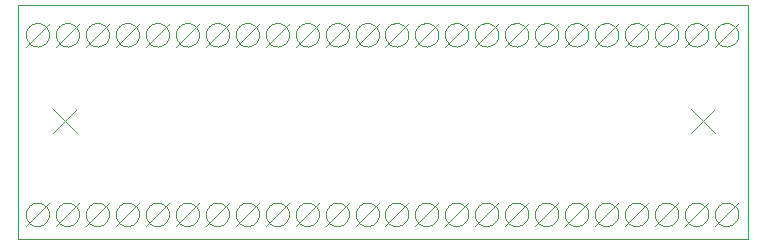
<source format=gko>
G75*
%MOIN*%
%OFA0B0*%
%FSLAX24Y24*%
%IPPOS*%
%LPD*%
%AMOC8*
5,1,8,0,0,1.08239X$1,22.5*
%
%ADD10C,0.0000*%
%ADD11C,0.0010*%
D10*
X000357Y000554D02*
X000357Y008345D01*
X024668Y008345D01*
X024668Y000554D01*
X000357Y000554D01*
D11*
X000609Y001380D02*
X000611Y001419D01*
X000617Y001457D01*
X000626Y001495D01*
X000640Y001531D01*
X000656Y001567D01*
X000677Y001600D01*
X000700Y001631D01*
X000727Y001659D01*
X000756Y001685D01*
X000787Y001708D01*
X000821Y001727D01*
X000857Y001743D01*
X000893Y001755D01*
X000931Y001764D01*
X000970Y001769D01*
X001009Y001770D01*
X001047Y001767D01*
X001086Y001760D01*
X001123Y001750D01*
X001159Y001735D01*
X001194Y001718D01*
X001227Y001697D01*
X001257Y001672D01*
X001285Y001645D01*
X001310Y001615D01*
X001332Y001583D01*
X001350Y001549D01*
X001365Y001513D01*
X001377Y001476D01*
X001385Y001438D01*
X001389Y001399D01*
X001389Y001361D01*
X001385Y001322D01*
X001377Y001284D01*
X001365Y001247D01*
X001350Y001211D01*
X001332Y001177D01*
X001310Y001145D01*
X001285Y001115D01*
X001257Y001088D01*
X001227Y001063D01*
X001194Y001042D01*
X001159Y001025D01*
X001123Y001010D01*
X001086Y001000D01*
X001047Y000993D01*
X001009Y000990D01*
X000970Y000991D01*
X000931Y000996D01*
X000893Y001005D01*
X000857Y001017D01*
X000821Y001033D01*
X000787Y001052D01*
X000756Y001075D01*
X000727Y001101D01*
X000700Y001129D01*
X000677Y001160D01*
X000656Y001193D01*
X000640Y001229D01*
X000626Y001265D01*
X000617Y001303D01*
X000611Y001341D01*
X000609Y001380D01*
X000599Y000980D02*
X001399Y001780D01*
X001609Y001380D02*
X001611Y001419D01*
X001617Y001457D01*
X001626Y001495D01*
X001640Y001531D01*
X001656Y001567D01*
X001677Y001600D01*
X001700Y001631D01*
X001727Y001659D01*
X001756Y001685D01*
X001787Y001708D01*
X001821Y001727D01*
X001857Y001743D01*
X001893Y001755D01*
X001931Y001764D01*
X001970Y001769D01*
X002009Y001770D01*
X002047Y001767D01*
X002086Y001760D01*
X002123Y001750D01*
X002159Y001735D01*
X002194Y001718D01*
X002227Y001697D01*
X002257Y001672D01*
X002285Y001645D01*
X002310Y001615D01*
X002332Y001583D01*
X002350Y001549D01*
X002365Y001513D01*
X002377Y001476D01*
X002385Y001438D01*
X002389Y001399D01*
X002389Y001361D01*
X002385Y001322D01*
X002377Y001284D01*
X002365Y001247D01*
X002350Y001211D01*
X002332Y001177D01*
X002310Y001145D01*
X002285Y001115D01*
X002257Y001088D01*
X002227Y001063D01*
X002194Y001042D01*
X002159Y001025D01*
X002123Y001010D01*
X002086Y001000D01*
X002047Y000993D01*
X002009Y000990D01*
X001970Y000991D01*
X001931Y000996D01*
X001893Y001005D01*
X001857Y001017D01*
X001821Y001033D01*
X001787Y001052D01*
X001756Y001075D01*
X001727Y001101D01*
X001700Y001129D01*
X001677Y001160D01*
X001656Y001193D01*
X001640Y001229D01*
X001626Y001265D01*
X001617Y001303D01*
X001611Y001341D01*
X001609Y001380D01*
X001599Y000980D02*
X002399Y001780D01*
X002609Y001380D02*
X002611Y001419D01*
X002617Y001457D01*
X002626Y001495D01*
X002640Y001531D01*
X002656Y001567D01*
X002677Y001600D01*
X002700Y001631D01*
X002727Y001659D01*
X002756Y001685D01*
X002787Y001708D01*
X002821Y001727D01*
X002857Y001743D01*
X002893Y001755D01*
X002931Y001764D01*
X002970Y001769D01*
X003009Y001770D01*
X003047Y001767D01*
X003086Y001760D01*
X003123Y001750D01*
X003159Y001735D01*
X003194Y001718D01*
X003227Y001697D01*
X003257Y001672D01*
X003285Y001645D01*
X003310Y001615D01*
X003332Y001583D01*
X003350Y001549D01*
X003365Y001513D01*
X003377Y001476D01*
X003385Y001438D01*
X003389Y001399D01*
X003389Y001361D01*
X003385Y001322D01*
X003377Y001284D01*
X003365Y001247D01*
X003350Y001211D01*
X003332Y001177D01*
X003310Y001145D01*
X003285Y001115D01*
X003257Y001088D01*
X003227Y001063D01*
X003194Y001042D01*
X003159Y001025D01*
X003123Y001010D01*
X003086Y001000D01*
X003047Y000993D01*
X003009Y000990D01*
X002970Y000991D01*
X002931Y000996D01*
X002893Y001005D01*
X002857Y001017D01*
X002821Y001033D01*
X002787Y001052D01*
X002756Y001075D01*
X002727Y001101D01*
X002700Y001129D01*
X002677Y001160D01*
X002656Y001193D01*
X002640Y001229D01*
X002626Y001265D01*
X002617Y001303D01*
X002611Y001341D01*
X002609Y001380D01*
X002599Y000980D02*
X003399Y001780D01*
X003609Y001380D02*
X003611Y001419D01*
X003617Y001457D01*
X003626Y001495D01*
X003640Y001531D01*
X003656Y001567D01*
X003677Y001600D01*
X003700Y001631D01*
X003727Y001659D01*
X003756Y001685D01*
X003787Y001708D01*
X003821Y001727D01*
X003857Y001743D01*
X003893Y001755D01*
X003931Y001764D01*
X003970Y001769D01*
X004009Y001770D01*
X004047Y001767D01*
X004086Y001760D01*
X004123Y001750D01*
X004159Y001735D01*
X004194Y001718D01*
X004227Y001697D01*
X004257Y001672D01*
X004285Y001645D01*
X004310Y001615D01*
X004332Y001583D01*
X004350Y001549D01*
X004365Y001513D01*
X004377Y001476D01*
X004385Y001438D01*
X004389Y001399D01*
X004389Y001361D01*
X004385Y001322D01*
X004377Y001284D01*
X004365Y001247D01*
X004350Y001211D01*
X004332Y001177D01*
X004310Y001145D01*
X004285Y001115D01*
X004257Y001088D01*
X004227Y001063D01*
X004194Y001042D01*
X004159Y001025D01*
X004123Y001010D01*
X004086Y001000D01*
X004047Y000993D01*
X004009Y000990D01*
X003970Y000991D01*
X003931Y000996D01*
X003893Y001005D01*
X003857Y001017D01*
X003821Y001033D01*
X003787Y001052D01*
X003756Y001075D01*
X003727Y001101D01*
X003700Y001129D01*
X003677Y001160D01*
X003656Y001193D01*
X003640Y001229D01*
X003626Y001265D01*
X003617Y001303D01*
X003611Y001341D01*
X003609Y001380D01*
X003599Y000980D02*
X004399Y001780D01*
X004609Y001380D02*
X004611Y001419D01*
X004617Y001457D01*
X004626Y001495D01*
X004640Y001531D01*
X004656Y001567D01*
X004677Y001600D01*
X004700Y001631D01*
X004727Y001659D01*
X004756Y001685D01*
X004787Y001708D01*
X004821Y001727D01*
X004857Y001743D01*
X004893Y001755D01*
X004931Y001764D01*
X004970Y001769D01*
X005009Y001770D01*
X005047Y001767D01*
X005086Y001760D01*
X005123Y001750D01*
X005159Y001735D01*
X005194Y001718D01*
X005227Y001697D01*
X005257Y001672D01*
X005285Y001645D01*
X005310Y001615D01*
X005332Y001583D01*
X005350Y001549D01*
X005365Y001513D01*
X005377Y001476D01*
X005385Y001438D01*
X005389Y001399D01*
X005389Y001361D01*
X005385Y001322D01*
X005377Y001284D01*
X005365Y001247D01*
X005350Y001211D01*
X005332Y001177D01*
X005310Y001145D01*
X005285Y001115D01*
X005257Y001088D01*
X005227Y001063D01*
X005194Y001042D01*
X005159Y001025D01*
X005123Y001010D01*
X005086Y001000D01*
X005047Y000993D01*
X005009Y000990D01*
X004970Y000991D01*
X004931Y000996D01*
X004893Y001005D01*
X004857Y001017D01*
X004821Y001033D01*
X004787Y001052D01*
X004756Y001075D01*
X004727Y001101D01*
X004700Y001129D01*
X004677Y001160D01*
X004656Y001193D01*
X004640Y001229D01*
X004626Y001265D01*
X004617Y001303D01*
X004611Y001341D01*
X004609Y001380D01*
X004599Y000980D02*
X005399Y001780D01*
X005609Y001380D02*
X005611Y001419D01*
X005617Y001457D01*
X005626Y001495D01*
X005640Y001531D01*
X005656Y001567D01*
X005677Y001600D01*
X005700Y001631D01*
X005727Y001659D01*
X005756Y001685D01*
X005787Y001708D01*
X005821Y001727D01*
X005857Y001743D01*
X005893Y001755D01*
X005931Y001764D01*
X005970Y001769D01*
X006009Y001770D01*
X006047Y001767D01*
X006086Y001760D01*
X006123Y001750D01*
X006159Y001735D01*
X006194Y001718D01*
X006227Y001697D01*
X006257Y001672D01*
X006285Y001645D01*
X006310Y001615D01*
X006332Y001583D01*
X006350Y001549D01*
X006365Y001513D01*
X006377Y001476D01*
X006385Y001438D01*
X006389Y001399D01*
X006389Y001361D01*
X006385Y001322D01*
X006377Y001284D01*
X006365Y001247D01*
X006350Y001211D01*
X006332Y001177D01*
X006310Y001145D01*
X006285Y001115D01*
X006257Y001088D01*
X006227Y001063D01*
X006194Y001042D01*
X006159Y001025D01*
X006123Y001010D01*
X006086Y001000D01*
X006047Y000993D01*
X006009Y000990D01*
X005970Y000991D01*
X005931Y000996D01*
X005893Y001005D01*
X005857Y001017D01*
X005821Y001033D01*
X005787Y001052D01*
X005756Y001075D01*
X005727Y001101D01*
X005700Y001129D01*
X005677Y001160D01*
X005656Y001193D01*
X005640Y001229D01*
X005626Y001265D01*
X005617Y001303D01*
X005611Y001341D01*
X005609Y001380D01*
X005599Y000980D02*
X006399Y001780D01*
X006609Y001380D02*
X006611Y001419D01*
X006617Y001457D01*
X006626Y001495D01*
X006640Y001531D01*
X006656Y001567D01*
X006677Y001600D01*
X006700Y001631D01*
X006727Y001659D01*
X006756Y001685D01*
X006787Y001708D01*
X006821Y001727D01*
X006857Y001743D01*
X006893Y001755D01*
X006931Y001764D01*
X006970Y001769D01*
X007009Y001770D01*
X007047Y001767D01*
X007086Y001760D01*
X007123Y001750D01*
X007159Y001735D01*
X007194Y001718D01*
X007227Y001697D01*
X007257Y001672D01*
X007285Y001645D01*
X007310Y001615D01*
X007332Y001583D01*
X007350Y001549D01*
X007365Y001513D01*
X007377Y001476D01*
X007385Y001438D01*
X007389Y001399D01*
X007389Y001361D01*
X007385Y001322D01*
X007377Y001284D01*
X007365Y001247D01*
X007350Y001211D01*
X007332Y001177D01*
X007310Y001145D01*
X007285Y001115D01*
X007257Y001088D01*
X007227Y001063D01*
X007194Y001042D01*
X007159Y001025D01*
X007123Y001010D01*
X007086Y001000D01*
X007047Y000993D01*
X007009Y000990D01*
X006970Y000991D01*
X006931Y000996D01*
X006893Y001005D01*
X006857Y001017D01*
X006821Y001033D01*
X006787Y001052D01*
X006756Y001075D01*
X006727Y001101D01*
X006700Y001129D01*
X006677Y001160D01*
X006656Y001193D01*
X006640Y001229D01*
X006626Y001265D01*
X006617Y001303D01*
X006611Y001341D01*
X006609Y001380D01*
X006599Y000980D02*
X007399Y001780D01*
X007609Y001380D02*
X007611Y001419D01*
X007617Y001457D01*
X007626Y001495D01*
X007640Y001531D01*
X007656Y001567D01*
X007677Y001600D01*
X007700Y001631D01*
X007727Y001659D01*
X007756Y001685D01*
X007787Y001708D01*
X007821Y001727D01*
X007857Y001743D01*
X007893Y001755D01*
X007931Y001764D01*
X007970Y001769D01*
X008009Y001770D01*
X008047Y001767D01*
X008086Y001760D01*
X008123Y001750D01*
X008159Y001735D01*
X008194Y001718D01*
X008227Y001697D01*
X008257Y001672D01*
X008285Y001645D01*
X008310Y001615D01*
X008332Y001583D01*
X008350Y001549D01*
X008365Y001513D01*
X008377Y001476D01*
X008385Y001438D01*
X008389Y001399D01*
X008389Y001361D01*
X008385Y001322D01*
X008377Y001284D01*
X008365Y001247D01*
X008350Y001211D01*
X008332Y001177D01*
X008310Y001145D01*
X008285Y001115D01*
X008257Y001088D01*
X008227Y001063D01*
X008194Y001042D01*
X008159Y001025D01*
X008123Y001010D01*
X008086Y001000D01*
X008047Y000993D01*
X008009Y000990D01*
X007970Y000991D01*
X007931Y000996D01*
X007893Y001005D01*
X007857Y001017D01*
X007821Y001033D01*
X007787Y001052D01*
X007756Y001075D01*
X007727Y001101D01*
X007700Y001129D01*
X007677Y001160D01*
X007656Y001193D01*
X007640Y001229D01*
X007626Y001265D01*
X007617Y001303D01*
X007611Y001341D01*
X007609Y001380D01*
X007599Y000980D02*
X008399Y001780D01*
X008609Y001380D02*
X008611Y001419D01*
X008617Y001457D01*
X008626Y001495D01*
X008640Y001531D01*
X008656Y001567D01*
X008677Y001600D01*
X008700Y001631D01*
X008727Y001659D01*
X008756Y001685D01*
X008787Y001708D01*
X008821Y001727D01*
X008857Y001743D01*
X008893Y001755D01*
X008931Y001764D01*
X008970Y001769D01*
X009009Y001770D01*
X009047Y001767D01*
X009086Y001760D01*
X009123Y001750D01*
X009159Y001735D01*
X009194Y001718D01*
X009227Y001697D01*
X009257Y001672D01*
X009285Y001645D01*
X009310Y001615D01*
X009332Y001583D01*
X009350Y001549D01*
X009365Y001513D01*
X009377Y001476D01*
X009385Y001438D01*
X009389Y001399D01*
X009389Y001361D01*
X009385Y001322D01*
X009377Y001284D01*
X009365Y001247D01*
X009350Y001211D01*
X009332Y001177D01*
X009310Y001145D01*
X009285Y001115D01*
X009257Y001088D01*
X009227Y001063D01*
X009194Y001042D01*
X009159Y001025D01*
X009123Y001010D01*
X009086Y001000D01*
X009047Y000993D01*
X009009Y000990D01*
X008970Y000991D01*
X008931Y000996D01*
X008893Y001005D01*
X008857Y001017D01*
X008821Y001033D01*
X008787Y001052D01*
X008756Y001075D01*
X008727Y001101D01*
X008700Y001129D01*
X008677Y001160D01*
X008656Y001193D01*
X008640Y001229D01*
X008626Y001265D01*
X008617Y001303D01*
X008611Y001341D01*
X008609Y001380D01*
X008599Y000980D02*
X009399Y001780D01*
X009609Y001380D02*
X009611Y001419D01*
X009617Y001457D01*
X009626Y001495D01*
X009640Y001531D01*
X009656Y001567D01*
X009677Y001600D01*
X009700Y001631D01*
X009727Y001659D01*
X009756Y001685D01*
X009787Y001708D01*
X009821Y001727D01*
X009857Y001743D01*
X009893Y001755D01*
X009931Y001764D01*
X009970Y001769D01*
X010009Y001770D01*
X010047Y001767D01*
X010086Y001760D01*
X010123Y001750D01*
X010159Y001735D01*
X010194Y001718D01*
X010227Y001697D01*
X010257Y001672D01*
X010285Y001645D01*
X010310Y001615D01*
X010332Y001583D01*
X010350Y001549D01*
X010365Y001513D01*
X010377Y001476D01*
X010385Y001438D01*
X010389Y001399D01*
X010389Y001361D01*
X010385Y001322D01*
X010377Y001284D01*
X010365Y001247D01*
X010350Y001211D01*
X010332Y001177D01*
X010310Y001145D01*
X010285Y001115D01*
X010257Y001088D01*
X010227Y001063D01*
X010194Y001042D01*
X010159Y001025D01*
X010123Y001010D01*
X010086Y001000D01*
X010047Y000993D01*
X010009Y000990D01*
X009970Y000991D01*
X009931Y000996D01*
X009893Y001005D01*
X009857Y001017D01*
X009821Y001033D01*
X009787Y001052D01*
X009756Y001075D01*
X009727Y001101D01*
X009700Y001129D01*
X009677Y001160D01*
X009656Y001193D01*
X009640Y001229D01*
X009626Y001265D01*
X009617Y001303D01*
X009611Y001341D01*
X009609Y001380D01*
X009599Y000980D02*
X010399Y001780D01*
X010609Y001380D02*
X010611Y001419D01*
X010617Y001457D01*
X010626Y001495D01*
X010640Y001531D01*
X010656Y001567D01*
X010677Y001600D01*
X010700Y001631D01*
X010727Y001659D01*
X010756Y001685D01*
X010787Y001708D01*
X010821Y001727D01*
X010857Y001743D01*
X010893Y001755D01*
X010931Y001764D01*
X010970Y001769D01*
X011009Y001770D01*
X011047Y001767D01*
X011086Y001760D01*
X011123Y001750D01*
X011159Y001735D01*
X011194Y001718D01*
X011227Y001697D01*
X011257Y001672D01*
X011285Y001645D01*
X011310Y001615D01*
X011332Y001583D01*
X011350Y001549D01*
X011365Y001513D01*
X011377Y001476D01*
X011385Y001438D01*
X011389Y001399D01*
X011389Y001361D01*
X011385Y001322D01*
X011377Y001284D01*
X011365Y001247D01*
X011350Y001211D01*
X011332Y001177D01*
X011310Y001145D01*
X011285Y001115D01*
X011257Y001088D01*
X011227Y001063D01*
X011194Y001042D01*
X011159Y001025D01*
X011123Y001010D01*
X011086Y001000D01*
X011047Y000993D01*
X011009Y000990D01*
X010970Y000991D01*
X010931Y000996D01*
X010893Y001005D01*
X010857Y001017D01*
X010821Y001033D01*
X010787Y001052D01*
X010756Y001075D01*
X010727Y001101D01*
X010700Y001129D01*
X010677Y001160D01*
X010656Y001193D01*
X010640Y001229D01*
X010626Y001265D01*
X010617Y001303D01*
X010611Y001341D01*
X010609Y001380D01*
X010599Y000980D02*
X011399Y001780D01*
X011609Y001380D02*
X011611Y001419D01*
X011617Y001457D01*
X011626Y001495D01*
X011640Y001531D01*
X011656Y001567D01*
X011677Y001600D01*
X011700Y001631D01*
X011727Y001659D01*
X011756Y001685D01*
X011787Y001708D01*
X011821Y001727D01*
X011857Y001743D01*
X011893Y001755D01*
X011931Y001764D01*
X011970Y001769D01*
X012009Y001770D01*
X012047Y001767D01*
X012086Y001760D01*
X012123Y001750D01*
X012159Y001735D01*
X012194Y001718D01*
X012227Y001697D01*
X012257Y001672D01*
X012285Y001645D01*
X012310Y001615D01*
X012332Y001583D01*
X012350Y001549D01*
X012365Y001513D01*
X012377Y001476D01*
X012385Y001438D01*
X012389Y001399D01*
X012389Y001361D01*
X012385Y001322D01*
X012377Y001284D01*
X012365Y001247D01*
X012350Y001211D01*
X012332Y001177D01*
X012310Y001145D01*
X012285Y001115D01*
X012257Y001088D01*
X012227Y001063D01*
X012194Y001042D01*
X012159Y001025D01*
X012123Y001010D01*
X012086Y001000D01*
X012047Y000993D01*
X012009Y000990D01*
X011970Y000991D01*
X011931Y000996D01*
X011893Y001005D01*
X011857Y001017D01*
X011821Y001033D01*
X011787Y001052D01*
X011756Y001075D01*
X011727Y001101D01*
X011700Y001129D01*
X011677Y001160D01*
X011656Y001193D01*
X011640Y001229D01*
X011626Y001265D01*
X011617Y001303D01*
X011611Y001341D01*
X011609Y001380D01*
X011599Y000980D02*
X012399Y001780D01*
X012577Y001380D02*
X012579Y001419D01*
X012585Y001457D01*
X012594Y001495D01*
X012608Y001531D01*
X012624Y001567D01*
X012645Y001600D01*
X012668Y001631D01*
X012695Y001659D01*
X012724Y001685D01*
X012755Y001708D01*
X012789Y001727D01*
X012825Y001743D01*
X012861Y001755D01*
X012899Y001764D01*
X012938Y001769D01*
X012977Y001770D01*
X013015Y001767D01*
X013054Y001760D01*
X013091Y001750D01*
X013127Y001735D01*
X013162Y001718D01*
X013195Y001697D01*
X013225Y001672D01*
X013253Y001645D01*
X013278Y001615D01*
X013300Y001583D01*
X013318Y001549D01*
X013333Y001513D01*
X013345Y001476D01*
X013353Y001438D01*
X013357Y001399D01*
X013357Y001361D01*
X013353Y001322D01*
X013345Y001284D01*
X013333Y001247D01*
X013318Y001211D01*
X013300Y001177D01*
X013278Y001145D01*
X013253Y001115D01*
X013225Y001088D01*
X013195Y001063D01*
X013162Y001042D01*
X013127Y001025D01*
X013091Y001010D01*
X013054Y001000D01*
X013015Y000993D01*
X012977Y000990D01*
X012938Y000991D01*
X012899Y000996D01*
X012861Y001005D01*
X012825Y001017D01*
X012789Y001033D01*
X012755Y001052D01*
X012724Y001075D01*
X012695Y001101D01*
X012668Y001129D01*
X012645Y001160D01*
X012624Y001193D01*
X012608Y001229D01*
X012594Y001265D01*
X012585Y001303D01*
X012579Y001341D01*
X012577Y001380D01*
X012567Y000980D02*
X013367Y001780D01*
X013577Y001380D02*
X013579Y001419D01*
X013585Y001457D01*
X013594Y001495D01*
X013608Y001531D01*
X013624Y001567D01*
X013645Y001600D01*
X013668Y001631D01*
X013695Y001659D01*
X013724Y001685D01*
X013755Y001708D01*
X013789Y001727D01*
X013825Y001743D01*
X013861Y001755D01*
X013899Y001764D01*
X013938Y001769D01*
X013977Y001770D01*
X014015Y001767D01*
X014054Y001760D01*
X014091Y001750D01*
X014127Y001735D01*
X014162Y001718D01*
X014195Y001697D01*
X014225Y001672D01*
X014253Y001645D01*
X014278Y001615D01*
X014300Y001583D01*
X014318Y001549D01*
X014333Y001513D01*
X014345Y001476D01*
X014353Y001438D01*
X014357Y001399D01*
X014357Y001361D01*
X014353Y001322D01*
X014345Y001284D01*
X014333Y001247D01*
X014318Y001211D01*
X014300Y001177D01*
X014278Y001145D01*
X014253Y001115D01*
X014225Y001088D01*
X014195Y001063D01*
X014162Y001042D01*
X014127Y001025D01*
X014091Y001010D01*
X014054Y001000D01*
X014015Y000993D01*
X013977Y000990D01*
X013938Y000991D01*
X013899Y000996D01*
X013861Y001005D01*
X013825Y001017D01*
X013789Y001033D01*
X013755Y001052D01*
X013724Y001075D01*
X013695Y001101D01*
X013668Y001129D01*
X013645Y001160D01*
X013624Y001193D01*
X013608Y001229D01*
X013594Y001265D01*
X013585Y001303D01*
X013579Y001341D01*
X013577Y001380D01*
X013567Y000980D02*
X014367Y001780D01*
X014577Y001380D02*
X014579Y001419D01*
X014585Y001457D01*
X014594Y001495D01*
X014608Y001531D01*
X014624Y001567D01*
X014645Y001600D01*
X014668Y001631D01*
X014695Y001659D01*
X014724Y001685D01*
X014755Y001708D01*
X014789Y001727D01*
X014825Y001743D01*
X014861Y001755D01*
X014899Y001764D01*
X014938Y001769D01*
X014977Y001770D01*
X015015Y001767D01*
X015054Y001760D01*
X015091Y001750D01*
X015127Y001735D01*
X015162Y001718D01*
X015195Y001697D01*
X015225Y001672D01*
X015253Y001645D01*
X015278Y001615D01*
X015300Y001583D01*
X015318Y001549D01*
X015333Y001513D01*
X015345Y001476D01*
X015353Y001438D01*
X015357Y001399D01*
X015357Y001361D01*
X015353Y001322D01*
X015345Y001284D01*
X015333Y001247D01*
X015318Y001211D01*
X015300Y001177D01*
X015278Y001145D01*
X015253Y001115D01*
X015225Y001088D01*
X015195Y001063D01*
X015162Y001042D01*
X015127Y001025D01*
X015091Y001010D01*
X015054Y001000D01*
X015015Y000993D01*
X014977Y000990D01*
X014938Y000991D01*
X014899Y000996D01*
X014861Y001005D01*
X014825Y001017D01*
X014789Y001033D01*
X014755Y001052D01*
X014724Y001075D01*
X014695Y001101D01*
X014668Y001129D01*
X014645Y001160D01*
X014624Y001193D01*
X014608Y001229D01*
X014594Y001265D01*
X014585Y001303D01*
X014579Y001341D01*
X014577Y001380D01*
X014567Y000980D02*
X015367Y001780D01*
X015577Y001380D02*
X015579Y001419D01*
X015585Y001457D01*
X015594Y001495D01*
X015608Y001531D01*
X015624Y001567D01*
X015645Y001600D01*
X015668Y001631D01*
X015695Y001659D01*
X015724Y001685D01*
X015755Y001708D01*
X015789Y001727D01*
X015825Y001743D01*
X015861Y001755D01*
X015899Y001764D01*
X015938Y001769D01*
X015977Y001770D01*
X016015Y001767D01*
X016054Y001760D01*
X016091Y001750D01*
X016127Y001735D01*
X016162Y001718D01*
X016195Y001697D01*
X016225Y001672D01*
X016253Y001645D01*
X016278Y001615D01*
X016300Y001583D01*
X016318Y001549D01*
X016333Y001513D01*
X016345Y001476D01*
X016353Y001438D01*
X016357Y001399D01*
X016357Y001361D01*
X016353Y001322D01*
X016345Y001284D01*
X016333Y001247D01*
X016318Y001211D01*
X016300Y001177D01*
X016278Y001145D01*
X016253Y001115D01*
X016225Y001088D01*
X016195Y001063D01*
X016162Y001042D01*
X016127Y001025D01*
X016091Y001010D01*
X016054Y001000D01*
X016015Y000993D01*
X015977Y000990D01*
X015938Y000991D01*
X015899Y000996D01*
X015861Y001005D01*
X015825Y001017D01*
X015789Y001033D01*
X015755Y001052D01*
X015724Y001075D01*
X015695Y001101D01*
X015668Y001129D01*
X015645Y001160D01*
X015624Y001193D01*
X015608Y001229D01*
X015594Y001265D01*
X015585Y001303D01*
X015579Y001341D01*
X015577Y001380D01*
X015567Y000980D02*
X016367Y001780D01*
X016577Y001380D02*
X016579Y001419D01*
X016585Y001457D01*
X016594Y001495D01*
X016608Y001531D01*
X016624Y001567D01*
X016645Y001600D01*
X016668Y001631D01*
X016695Y001659D01*
X016724Y001685D01*
X016755Y001708D01*
X016789Y001727D01*
X016825Y001743D01*
X016861Y001755D01*
X016899Y001764D01*
X016938Y001769D01*
X016977Y001770D01*
X017015Y001767D01*
X017054Y001760D01*
X017091Y001750D01*
X017127Y001735D01*
X017162Y001718D01*
X017195Y001697D01*
X017225Y001672D01*
X017253Y001645D01*
X017278Y001615D01*
X017300Y001583D01*
X017318Y001549D01*
X017333Y001513D01*
X017345Y001476D01*
X017353Y001438D01*
X017357Y001399D01*
X017357Y001361D01*
X017353Y001322D01*
X017345Y001284D01*
X017333Y001247D01*
X017318Y001211D01*
X017300Y001177D01*
X017278Y001145D01*
X017253Y001115D01*
X017225Y001088D01*
X017195Y001063D01*
X017162Y001042D01*
X017127Y001025D01*
X017091Y001010D01*
X017054Y001000D01*
X017015Y000993D01*
X016977Y000990D01*
X016938Y000991D01*
X016899Y000996D01*
X016861Y001005D01*
X016825Y001017D01*
X016789Y001033D01*
X016755Y001052D01*
X016724Y001075D01*
X016695Y001101D01*
X016668Y001129D01*
X016645Y001160D01*
X016624Y001193D01*
X016608Y001229D01*
X016594Y001265D01*
X016585Y001303D01*
X016579Y001341D01*
X016577Y001380D01*
X016567Y000980D02*
X017367Y001780D01*
X017577Y001380D02*
X017579Y001419D01*
X017585Y001457D01*
X017594Y001495D01*
X017608Y001531D01*
X017624Y001567D01*
X017645Y001600D01*
X017668Y001631D01*
X017695Y001659D01*
X017724Y001685D01*
X017755Y001708D01*
X017789Y001727D01*
X017825Y001743D01*
X017861Y001755D01*
X017899Y001764D01*
X017938Y001769D01*
X017977Y001770D01*
X018015Y001767D01*
X018054Y001760D01*
X018091Y001750D01*
X018127Y001735D01*
X018162Y001718D01*
X018195Y001697D01*
X018225Y001672D01*
X018253Y001645D01*
X018278Y001615D01*
X018300Y001583D01*
X018318Y001549D01*
X018333Y001513D01*
X018345Y001476D01*
X018353Y001438D01*
X018357Y001399D01*
X018357Y001361D01*
X018353Y001322D01*
X018345Y001284D01*
X018333Y001247D01*
X018318Y001211D01*
X018300Y001177D01*
X018278Y001145D01*
X018253Y001115D01*
X018225Y001088D01*
X018195Y001063D01*
X018162Y001042D01*
X018127Y001025D01*
X018091Y001010D01*
X018054Y001000D01*
X018015Y000993D01*
X017977Y000990D01*
X017938Y000991D01*
X017899Y000996D01*
X017861Y001005D01*
X017825Y001017D01*
X017789Y001033D01*
X017755Y001052D01*
X017724Y001075D01*
X017695Y001101D01*
X017668Y001129D01*
X017645Y001160D01*
X017624Y001193D01*
X017608Y001229D01*
X017594Y001265D01*
X017585Y001303D01*
X017579Y001341D01*
X017577Y001380D01*
X017567Y000980D02*
X018367Y001780D01*
X018577Y001380D02*
X018579Y001419D01*
X018585Y001457D01*
X018594Y001495D01*
X018608Y001531D01*
X018624Y001567D01*
X018645Y001600D01*
X018668Y001631D01*
X018695Y001659D01*
X018724Y001685D01*
X018755Y001708D01*
X018789Y001727D01*
X018825Y001743D01*
X018861Y001755D01*
X018899Y001764D01*
X018938Y001769D01*
X018977Y001770D01*
X019015Y001767D01*
X019054Y001760D01*
X019091Y001750D01*
X019127Y001735D01*
X019162Y001718D01*
X019195Y001697D01*
X019225Y001672D01*
X019253Y001645D01*
X019278Y001615D01*
X019300Y001583D01*
X019318Y001549D01*
X019333Y001513D01*
X019345Y001476D01*
X019353Y001438D01*
X019357Y001399D01*
X019357Y001361D01*
X019353Y001322D01*
X019345Y001284D01*
X019333Y001247D01*
X019318Y001211D01*
X019300Y001177D01*
X019278Y001145D01*
X019253Y001115D01*
X019225Y001088D01*
X019195Y001063D01*
X019162Y001042D01*
X019127Y001025D01*
X019091Y001010D01*
X019054Y001000D01*
X019015Y000993D01*
X018977Y000990D01*
X018938Y000991D01*
X018899Y000996D01*
X018861Y001005D01*
X018825Y001017D01*
X018789Y001033D01*
X018755Y001052D01*
X018724Y001075D01*
X018695Y001101D01*
X018668Y001129D01*
X018645Y001160D01*
X018624Y001193D01*
X018608Y001229D01*
X018594Y001265D01*
X018585Y001303D01*
X018579Y001341D01*
X018577Y001380D01*
X018567Y000980D02*
X019367Y001780D01*
X019577Y001380D02*
X019579Y001419D01*
X019585Y001457D01*
X019594Y001495D01*
X019608Y001531D01*
X019624Y001567D01*
X019645Y001600D01*
X019668Y001631D01*
X019695Y001659D01*
X019724Y001685D01*
X019755Y001708D01*
X019789Y001727D01*
X019825Y001743D01*
X019861Y001755D01*
X019899Y001764D01*
X019938Y001769D01*
X019977Y001770D01*
X020015Y001767D01*
X020054Y001760D01*
X020091Y001750D01*
X020127Y001735D01*
X020162Y001718D01*
X020195Y001697D01*
X020225Y001672D01*
X020253Y001645D01*
X020278Y001615D01*
X020300Y001583D01*
X020318Y001549D01*
X020333Y001513D01*
X020345Y001476D01*
X020353Y001438D01*
X020357Y001399D01*
X020357Y001361D01*
X020353Y001322D01*
X020345Y001284D01*
X020333Y001247D01*
X020318Y001211D01*
X020300Y001177D01*
X020278Y001145D01*
X020253Y001115D01*
X020225Y001088D01*
X020195Y001063D01*
X020162Y001042D01*
X020127Y001025D01*
X020091Y001010D01*
X020054Y001000D01*
X020015Y000993D01*
X019977Y000990D01*
X019938Y000991D01*
X019899Y000996D01*
X019861Y001005D01*
X019825Y001017D01*
X019789Y001033D01*
X019755Y001052D01*
X019724Y001075D01*
X019695Y001101D01*
X019668Y001129D01*
X019645Y001160D01*
X019624Y001193D01*
X019608Y001229D01*
X019594Y001265D01*
X019585Y001303D01*
X019579Y001341D01*
X019577Y001380D01*
X019567Y000980D02*
X020367Y001780D01*
X020577Y001380D02*
X020579Y001419D01*
X020585Y001457D01*
X020594Y001495D01*
X020608Y001531D01*
X020624Y001567D01*
X020645Y001600D01*
X020668Y001631D01*
X020695Y001659D01*
X020724Y001685D01*
X020755Y001708D01*
X020789Y001727D01*
X020825Y001743D01*
X020861Y001755D01*
X020899Y001764D01*
X020938Y001769D01*
X020977Y001770D01*
X021015Y001767D01*
X021054Y001760D01*
X021091Y001750D01*
X021127Y001735D01*
X021162Y001718D01*
X021195Y001697D01*
X021225Y001672D01*
X021253Y001645D01*
X021278Y001615D01*
X021300Y001583D01*
X021318Y001549D01*
X021333Y001513D01*
X021345Y001476D01*
X021353Y001438D01*
X021357Y001399D01*
X021357Y001361D01*
X021353Y001322D01*
X021345Y001284D01*
X021333Y001247D01*
X021318Y001211D01*
X021300Y001177D01*
X021278Y001145D01*
X021253Y001115D01*
X021225Y001088D01*
X021195Y001063D01*
X021162Y001042D01*
X021127Y001025D01*
X021091Y001010D01*
X021054Y001000D01*
X021015Y000993D01*
X020977Y000990D01*
X020938Y000991D01*
X020899Y000996D01*
X020861Y001005D01*
X020825Y001017D01*
X020789Y001033D01*
X020755Y001052D01*
X020724Y001075D01*
X020695Y001101D01*
X020668Y001129D01*
X020645Y001160D01*
X020624Y001193D01*
X020608Y001229D01*
X020594Y001265D01*
X020585Y001303D01*
X020579Y001341D01*
X020577Y001380D01*
X020567Y000980D02*
X021367Y001780D01*
X021577Y001380D02*
X021579Y001419D01*
X021585Y001457D01*
X021594Y001495D01*
X021608Y001531D01*
X021624Y001567D01*
X021645Y001600D01*
X021668Y001631D01*
X021695Y001659D01*
X021724Y001685D01*
X021755Y001708D01*
X021789Y001727D01*
X021825Y001743D01*
X021861Y001755D01*
X021899Y001764D01*
X021938Y001769D01*
X021977Y001770D01*
X022015Y001767D01*
X022054Y001760D01*
X022091Y001750D01*
X022127Y001735D01*
X022162Y001718D01*
X022195Y001697D01*
X022225Y001672D01*
X022253Y001645D01*
X022278Y001615D01*
X022300Y001583D01*
X022318Y001549D01*
X022333Y001513D01*
X022345Y001476D01*
X022353Y001438D01*
X022357Y001399D01*
X022357Y001361D01*
X022353Y001322D01*
X022345Y001284D01*
X022333Y001247D01*
X022318Y001211D01*
X022300Y001177D01*
X022278Y001145D01*
X022253Y001115D01*
X022225Y001088D01*
X022195Y001063D01*
X022162Y001042D01*
X022127Y001025D01*
X022091Y001010D01*
X022054Y001000D01*
X022015Y000993D01*
X021977Y000990D01*
X021938Y000991D01*
X021899Y000996D01*
X021861Y001005D01*
X021825Y001017D01*
X021789Y001033D01*
X021755Y001052D01*
X021724Y001075D01*
X021695Y001101D01*
X021668Y001129D01*
X021645Y001160D01*
X021624Y001193D01*
X021608Y001229D01*
X021594Y001265D01*
X021585Y001303D01*
X021579Y001341D01*
X021577Y001380D01*
X021567Y000980D02*
X022367Y001780D01*
X022577Y001380D02*
X022579Y001419D01*
X022585Y001457D01*
X022594Y001495D01*
X022608Y001531D01*
X022624Y001567D01*
X022645Y001600D01*
X022668Y001631D01*
X022695Y001659D01*
X022724Y001685D01*
X022755Y001708D01*
X022789Y001727D01*
X022825Y001743D01*
X022861Y001755D01*
X022899Y001764D01*
X022938Y001769D01*
X022977Y001770D01*
X023015Y001767D01*
X023054Y001760D01*
X023091Y001750D01*
X023127Y001735D01*
X023162Y001718D01*
X023195Y001697D01*
X023225Y001672D01*
X023253Y001645D01*
X023278Y001615D01*
X023300Y001583D01*
X023318Y001549D01*
X023333Y001513D01*
X023345Y001476D01*
X023353Y001438D01*
X023357Y001399D01*
X023357Y001361D01*
X023353Y001322D01*
X023345Y001284D01*
X023333Y001247D01*
X023318Y001211D01*
X023300Y001177D01*
X023278Y001145D01*
X023253Y001115D01*
X023225Y001088D01*
X023195Y001063D01*
X023162Y001042D01*
X023127Y001025D01*
X023091Y001010D01*
X023054Y001000D01*
X023015Y000993D01*
X022977Y000990D01*
X022938Y000991D01*
X022899Y000996D01*
X022861Y001005D01*
X022825Y001017D01*
X022789Y001033D01*
X022755Y001052D01*
X022724Y001075D01*
X022695Y001101D01*
X022668Y001129D01*
X022645Y001160D01*
X022624Y001193D01*
X022608Y001229D01*
X022594Y001265D01*
X022585Y001303D01*
X022579Y001341D01*
X022577Y001380D01*
X022567Y000980D02*
X023367Y001780D01*
X023577Y001380D02*
X023579Y001419D01*
X023585Y001457D01*
X023594Y001495D01*
X023608Y001531D01*
X023624Y001567D01*
X023645Y001600D01*
X023668Y001631D01*
X023695Y001659D01*
X023724Y001685D01*
X023755Y001708D01*
X023789Y001727D01*
X023825Y001743D01*
X023861Y001755D01*
X023899Y001764D01*
X023938Y001769D01*
X023977Y001770D01*
X024015Y001767D01*
X024054Y001760D01*
X024091Y001750D01*
X024127Y001735D01*
X024162Y001718D01*
X024195Y001697D01*
X024225Y001672D01*
X024253Y001645D01*
X024278Y001615D01*
X024300Y001583D01*
X024318Y001549D01*
X024333Y001513D01*
X024345Y001476D01*
X024353Y001438D01*
X024357Y001399D01*
X024357Y001361D01*
X024353Y001322D01*
X024345Y001284D01*
X024333Y001247D01*
X024318Y001211D01*
X024300Y001177D01*
X024278Y001145D01*
X024253Y001115D01*
X024225Y001088D01*
X024195Y001063D01*
X024162Y001042D01*
X024127Y001025D01*
X024091Y001010D01*
X024054Y001000D01*
X024015Y000993D01*
X023977Y000990D01*
X023938Y000991D01*
X023899Y000996D01*
X023861Y001005D01*
X023825Y001017D01*
X023789Y001033D01*
X023755Y001052D01*
X023724Y001075D01*
X023695Y001101D01*
X023668Y001129D01*
X023645Y001160D01*
X023624Y001193D01*
X023608Y001229D01*
X023594Y001265D01*
X023585Y001303D01*
X023579Y001341D01*
X023577Y001380D01*
X023567Y000980D02*
X024367Y001780D01*
X023591Y004091D02*
X022791Y004891D01*
X022791Y004091D02*
X023591Y004891D01*
X023577Y007365D02*
X023579Y007404D01*
X023585Y007442D01*
X023594Y007480D01*
X023608Y007516D01*
X023624Y007552D01*
X023645Y007585D01*
X023668Y007616D01*
X023695Y007644D01*
X023724Y007670D01*
X023755Y007693D01*
X023789Y007712D01*
X023825Y007728D01*
X023861Y007740D01*
X023899Y007749D01*
X023938Y007754D01*
X023977Y007755D01*
X024015Y007752D01*
X024054Y007745D01*
X024091Y007735D01*
X024127Y007720D01*
X024162Y007703D01*
X024195Y007682D01*
X024225Y007657D01*
X024253Y007630D01*
X024278Y007600D01*
X024300Y007568D01*
X024318Y007534D01*
X024333Y007498D01*
X024345Y007461D01*
X024353Y007423D01*
X024357Y007384D01*
X024357Y007346D01*
X024353Y007307D01*
X024345Y007269D01*
X024333Y007232D01*
X024318Y007196D01*
X024300Y007162D01*
X024278Y007130D01*
X024253Y007100D01*
X024225Y007073D01*
X024195Y007048D01*
X024162Y007027D01*
X024127Y007010D01*
X024091Y006995D01*
X024054Y006985D01*
X024015Y006978D01*
X023977Y006975D01*
X023938Y006976D01*
X023899Y006981D01*
X023861Y006990D01*
X023825Y007002D01*
X023789Y007018D01*
X023755Y007037D01*
X023724Y007060D01*
X023695Y007086D01*
X023668Y007114D01*
X023645Y007145D01*
X023624Y007178D01*
X023608Y007214D01*
X023594Y007250D01*
X023585Y007288D01*
X023579Y007326D01*
X023577Y007365D01*
X023567Y006965D02*
X024367Y007765D01*
X022577Y007365D02*
X022579Y007404D01*
X022585Y007442D01*
X022594Y007480D01*
X022608Y007516D01*
X022624Y007552D01*
X022645Y007585D01*
X022668Y007616D01*
X022695Y007644D01*
X022724Y007670D01*
X022755Y007693D01*
X022789Y007712D01*
X022825Y007728D01*
X022861Y007740D01*
X022899Y007749D01*
X022938Y007754D01*
X022977Y007755D01*
X023015Y007752D01*
X023054Y007745D01*
X023091Y007735D01*
X023127Y007720D01*
X023162Y007703D01*
X023195Y007682D01*
X023225Y007657D01*
X023253Y007630D01*
X023278Y007600D01*
X023300Y007568D01*
X023318Y007534D01*
X023333Y007498D01*
X023345Y007461D01*
X023353Y007423D01*
X023357Y007384D01*
X023357Y007346D01*
X023353Y007307D01*
X023345Y007269D01*
X023333Y007232D01*
X023318Y007196D01*
X023300Y007162D01*
X023278Y007130D01*
X023253Y007100D01*
X023225Y007073D01*
X023195Y007048D01*
X023162Y007027D01*
X023127Y007010D01*
X023091Y006995D01*
X023054Y006985D01*
X023015Y006978D01*
X022977Y006975D01*
X022938Y006976D01*
X022899Y006981D01*
X022861Y006990D01*
X022825Y007002D01*
X022789Y007018D01*
X022755Y007037D01*
X022724Y007060D01*
X022695Y007086D01*
X022668Y007114D01*
X022645Y007145D01*
X022624Y007178D01*
X022608Y007214D01*
X022594Y007250D01*
X022585Y007288D01*
X022579Y007326D01*
X022577Y007365D01*
X022567Y006965D02*
X023367Y007765D01*
X021577Y007365D02*
X021579Y007404D01*
X021585Y007442D01*
X021594Y007480D01*
X021608Y007516D01*
X021624Y007552D01*
X021645Y007585D01*
X021668Y007616D01*
X021695Y007644D01*
X021724Y007670D01*
X021755Y007693D01*
X021789Y007712D01*
X021825Y007728D01*
X021861Y007740D01*
X021899Y007749D01*
X021938Y007754D01*
X021977Y007755D01*
X022015Y007752D01*
X022054Y007745D01*
X022091Y007735D01*
X022127Y007720D01*
X022162Y007703D01*
X022195Y007682D01*
X022225Y007657D01*
X022253Y007630D01*
X022278Y007600D01*
X022300Y007568D01*
X022318Y007534D01*
X022333Y007498D01*
X022345Y007461D01*
X022353Y007423D01*
X022357Y007384D01*
X022357Y007346D01*
X022353Y007307D01*
X022345Y007269D01*
X022333Y007232D01*
X022318Y007196D01*
X022300Y007162D01*
X022278Y007130D01*
X022253Y007100D01*
X022225Y007073D01*
X022195Y007048D01*
X022162Y007027D01*
X022127Y007010D01*
X022091Y006995D01*
X022054Y006985D01*
X022015Y006978D01*
X021977Y006975D01*
X021938Y006976D01*
X021899Y006981D01*
X021861Y006990D01*
X021825Y007002D01*
X021789Y007018D01*
X021755Y007037D01*
X021724Y007060D01*
X021695Y007086D01*
X021668Y007114D01*
X021645Y007145D01*
X021624Y007178D01*
X021608Y007214D01*
X021594Y007250D01*
X021585Y007288D01*
X021579Y007326D01*
X021577Y007365D01*
X021567Y006965D02*
X022367Y007765D01*
X020577Y007365D02*
X020579Y007404D01*
X020585Y007442D01*
X020594Y007480D01*
X020608Y007516D01*
X020624Y007552D01*
X020645Y007585D01*
X020668Y007616D01*
X020695Y007644D01*
X020724Y007670D01*
X020755Y007693D01*
X020789Y007712D01*
X020825Y007728D01*
X020861Y007740D01*
X020899Y007749D01*
X020938Y007754D01*
X020977Y007755D01*
X021015Y007752D01*
X021054Y007745D01*
X021091Y007735D01*
X021127Y007720D01*
X021162Y007703D01*
X021195Y007682D01*
X021225Y007657D01*
X021253Y007630D01*
X021278Y007600D01*
X021300Y007568D01*
X021318Y007534D01*
X021333Y007498D01*
X021345Y007461D01*
X021353Y007423D01*
X021357Y007384D01*
X021357Y007346D01*
X021353Y007307D01*
X021345Y007269D01*
X021333Y007232D01*
X021318Y007196D01*
X021300Y007162D01*
X021278Y007130D01*
X021253Y007100D01*
X021225Y007073D01*
X021195Y007048D01*
X021162Y007027D01*
X021127Y007010D01*
X021091Y006995D01*
X021054Y006985D01*
X021015Y006978D01*
X020977Y006975D01*
X020938Y006976D01*
X020899Y006981D01*
X020861Y006990D01*
X020825Y007002D01*
X020789Y007018D01*
X020755Y007037D01*
X020724Y007060D01*
X020695Y007086D01*
X020668Y007114D01*
X020645Y007145D01*
X020624Y007178D01*
X020608Y007214D01*
X020594Y007250D01*
X020585Y007288D01*
X020579Y007326D01*
X020577Y007365D01*
X020567Y006965D02*
X021367Y007765D01*
X019577Y007365D02*
X019579Y007404D01*
X019585Y007442D01*
X019594Y007480D01*
X019608Y007516D01*
X019624Y007552D01*
X019645Y007585D01*
X019668Y007616D01*
X019695Y007644D01*
X019724Y007670D01*
X019755Y007693D01*
X019789Y007712D01*
X019825Y007728D01*
X019861Y007740D01*
X019899Y007749D01*
X019938Y007754D01*
X019977Y007755D01*
X020015Y007752D01*
X020054Y007745D01*
X020091Y007735D01*
X020127Y007720D01*
X020162Y007703D01*
X020195Y007682D01*
X020225Y007657D01*
X020253Y007630D01*
X020278Y007600D01*
X020300Y007568D01*
X020318Y007534D01*
X020333Y007498D01*
X020345Y007461D01*
X020353Y007423D01*
X020357Y007384D01*
X020357Y007346D01*
X020353Y007307D01*
X020345Y007269D01*
X020333Y007232D01*
X020318Y007196D01*
X020300Y007162D01*
X020278Y007130D01*
X020253Y007100D01*
X020225Y007073D01*
X020195Y007048D01*
X020162Y007027D01*
X020127Y007010D01*
X020091Y006995D01*
X020054Y006985D01*
X020015Y006978D01*
X019977Y006975D01*
X019938Y006976D01*
X019899Y006981D01*
X019861Y006990D01*
X019825Y007002D01*
X019789Y007018D01*
X019755Y007037D01*
X019724Y007060D01*
X019695Y007086D01*
X019668Y007114D01*
X019645Y007145D01*
X019624Y007178D01*
X019608Y007214D01*
X019594Y007250D01*
X019585Y007288D01*
X019579Y007326D01*
X019577Y007365D01*
X019567Y006965D02*
X020367Y007765D01*
X018577Y007365D02*
X018579Y007404D01*
X018585Y007442D01*
X018594Y007480D01*
X018608Y007516D01*
X018624Y007552D01*
X018645Y007585D01*
X018668Y007616D01*
X018695Y007644D01*
X018724Y007670D01*
X018755Y007693D01*
X018789Y007712D01*
X018825Y007728D01*
X018861Y007740D01*
X018899Y007749D01*
X018938Y007754D01*
X018977Y007755D01*
X019015Y007752D01*
X019054Y007745D01*
X019091Y007735D01*
X019127Y007720D01*
X019162Y007703D01*
X019195Y007682D01*
X019225Y007657D01*
X019253Y007630D01*
X019278Y007600D01*
X019300Y007568D01*
X019318Y007534D01*
X019333Y007498D01*
X019345Y007461D01*
X019353Y007423D01*
X019357Y007384D01*
X019357Y007346D01*
X019353Y007307D01*
X019345Y007269D01*
X019333Y007232D01*
X019318Y007196D01*
X019300Y007162D01*
X019278Y007130D01*
X019253Y007100D01*
X019225Y007073D01*
X019195Y007048D01*
X019162Y007027D01*
X019127Y007010D01*
X019091Y006995D01*
X019054Y006985D01*
X019015Y006978D01*
X018977Y006975D01*
X018938Y006976D01*
X018899Y006981D01*
X018861Y006990D01*
X018825Y007002D01*
X018789Y007018D01*
X018755Y007037D01*
X018724Y007060D01*
X018695Y007086D01*
X018668Y007114D01*
X018645Y007145D01*
X018624Y007178D01*
X018608Y007214D01*
X018594Y007250D01*
X018585Y007288D01*
X018579Y007326D01*
X018577Y007365D01*
X018567Y006965D02*
X019367Y007765D01*
X017577Y007365D02*
X017579Y007404D01*
X017585Y007442D01*
X017594Y007480D01*
X017608Y007516D01*
X017624Y007552D01*
X017645Y007585D01*
X017668Y007616D01*
X017695Y007644D01*
X017724Y007670D01*
X017755Y007693D01*
X017789Y007712D01*
X017825Y007728D01*
X017861Y007740D01*
X017899Y007749D01*
X017938Y007754D01*
X017977Y007755D01*
X018015Y007752D01*
X018054Y007745D01*
X018091Y007735D01*
X018127Y007720D01*
X018162Y007703D01*
X018195Y007682D01*
X018225Y007657D01*
X018253Y007630D01*
X018278Y007600D01*
X018300Y007568D01*
X018318Y007534D01*
X018333Y007498D01*
X018345Y007461D01*
X018353Y007423D01*
X018357Y007384D01*
X018357Y007346D01*
X018353Y007307D01*
X018345Y007269D01*
X018333Y007232D01*
X018318Y007196D01*
X018300Y007162D01*
X018278Y007130D01*
X018253Y007100D01*
X018225Y007073D01*
X018195Y007048D01*
X018162Y007027D01*
X018127Y007010D01*
X018091Y006995D01*
X018054Y006985D01*
X018015Y006978D01*
X017977Y006975D01*
X017938Y006976D01*
X017899Y006981D01*
X017861Y006990D01*
X017825Y007002D01*
X017789Y007018D01*
X017755Y007037D01*
X017724Y007060D01*
X017695Y007086D01*
X017668Y007114D01*
X017645Y007145D01*
X017624Y007178D01*
X017608Y007214D01*
X017594Y007250D01*
X017585Y007288D01*
X017579Y007326D01*
X017577Y007365D01*
X017567Y006965D02*
X018367Y007765D01*
X016577Y007365D02*
X016579Y007404D01*
X016585Y007442D01*
X016594Y007480D01*
X016608Y007516D01*
X016624Y007552D01*
X016645Y007585D01*
X016668Y007616D01*
X016695Y007644D01*
X016724Y007670D01*
X016755Y007693D01*
X016789Y007712D01*
X016825Y007728D01*
X016861Y007740D01*
X016899Y007749D01*
X016938Y007754D01*
X016977Y007755D01*
X017015Y007752D01*
X017054Y007745D01*
X017091Y007735D01*
X017127Y007720D01*
X017162Y007703D01*
X017195Y007682D01*
X017225Y007657D01*
X017253Y007630D01*
X017278Y007600D01*
X017300Y007568D01*
X017318Y007534D01*
X017333Y007498D01*
X017345Y007461D01*
X017353Y007423D01*
X017357Y007384D01*
X017357Y007346D01*
X017353Y007307D01*
X017345Y007269D01*
X017333Y007232D01*
X017318Y007196D01*
X017300Y007162D01*
X017278Y007130D01*
X017253Y007100D01*
X017225Y007073D01*
X017195Y007048D01*
X017162Y007027D01*
X017127Y007010D01*
X017091Y006995D01*
X017054Y006985D01*
X017015Y006978D01*
X016977Y006975D01*
X016938Y006976D01*
X016899Y006981D01*
X016861Y006990D01*
X016825Y007002D01*
X016789Y007018D01*
X016755Y007037D01*
X016724Y007060D01*
X016695Y007086D01*
X016668Y007114D01*
X016645Y007145D01*
X016624Y007178D01*
X016608Y007214D01*
X016594Y007250D01*
X016585Y007288D01*
X016579Y007326D01*
X016577Y007365D01*
X016567Y006965D02*
X017367Y007765D01*
X015577Y007365D02*
X015579Y007404D01*
X015585Y007442D01*
X015594Y007480D01*
X015608Y007516D01*
X015624Y007552D01*
X015645Y007585D01*
X015668Y007616D01*
X015695Y007644D01*
X015724Y007670D01*
X015755Y007693D01*
X015789Y007712D01*
X015825Y007728D01*
X015861Y007740D01*
X015899Y007749D01*
X015938Y007754D01*
X015977Y007755D01*
X016015Y007752D01*
X016054Y007745D01*
X016091Y007735D01*
X016127Y007720D01*
X016162Y007703D01*
X016195Y007682D01*
X016225Y007657D01*
X016253Y007630D01*
X016278Y007600D01*
X016300Y007568D01*
X016318Y007534D01*
X016333Y007498D01*
X016345Y007461D01*
X016353Y007423D01*
X016357Y007384D01*
X016357Y007346D01*
X016353Y007307D01*
X016345Y007269D01*
X016333Y007232D01*
X016318Y007196D01*
X016300Y007162D01*
X016278Y007130D01*
X016253Y007100D01*
X016225Y007073D01*
X016195Y007048D01*
X016162Y007027D01*
X016127Y007010D01*
X016091Y006995D01*
X016054Y006985D01*
X016015Y006978D01*
X015977Y006975D01*
X015938Y006976D01*
X015899Y006981D01*
X015861Y006990D01*
X015825Y007002D01*
X015789Y007018D01*
X015755Y007037D01*
X015724Y007060D01*
X015695Y007086D01*
X015668Y007114D01*
X015645Y007145D01*
X015624Y007178D01*
X015608Y007214D01*
X015594Y007250D01*
X015585Y007288D01*
X015579Y007326D01*
X015577Y007365D01*
X015567Y006965D02*
X016367Y007765D01*
X014577Y007365D02*
X014579Y007404D01*
X014585Y007442D01*
X014594Y007480D01*
X014608Y007516D01*
X014624Y007552D01*
X014645Y007585D01*
X014668Y007616D01*
X014695Y007644D01*
X014724Y007670D01*
X014755Y007693D01*
X014789Y007712D01*
X014825Y007728D01*
X014861Y007740D01*
X014899Y007749D01*
X014938Y007754D01*
X014977Y007755D01*
X015015Y007752D01*
X015054Y007745D01*
X015091Y007735D01*
X015127Y007720D01*
X015162Y007703D01*
X015195Y007682D01*
X015225Y007657D01*
X015253Y007630D01*
X015278Y007600D01*
X015300Y007568D01*
X015318Y007534D01*
X015333Y007498D01*
X015345Y007461D01*
X015353Y007423D01*
X015357Y007384D01*
X015357Y007346D01*
X015353Y007307D01*
X015345Y007269D01*
X015333Y007232D01*
X015318Y007196D01*
X015300Y007162D01*
X015278Y007130D01*
X015253Y007100D01*
X015225Y007073D01*
X015195Y007048D01*
X015162Y007027D01*
X015127Y007010D01*
X015091Y006995D01*
X015054Y006985D01*
X015015Y006978D01*
X014977Y006975D01*
X014938Y006976D01*
X014899Y006981D01*
X014861Y006990D01*
X014825Y007002D01*
X014789Y007018D01*
X014755Y007037D01*
X014724Y007060D01*
X014695Y007086D01*
X014668Y007114D01*
X014645Y007145D01*
X014624Y007178D01*
X014608Y007214D01*
X014594Y007250D01*
X014585Y007288D01*
X014579Y007326D01*
X014577Y007365D01*
X014567Y006965D02*
X015367Y007765D01*
X013577Y007365D02*
X013579Y007404D01*
X013585Y007442D01*
X013594Y007480D01*
X013608Y007516D01*
X013624Y007552D01*
X013645Y007585D01*
X013668Y007616D01*
X013695Y007644D01*
X013724Y007670D01*
X013755Y007693D01*
X013789Y007712D01*
X013825Y007728D01*
X013861Y007740D01*
X013899Y007749D01*
X013938Y007754D01*
X013977Y007755D01*
X014015Y007752D01*
X014054Y007745D01*
X014091Y007735D01*
X014127Y007720D01*
X014162Y007703D01*
X014195Y007682D01*
X014225Y007657D01*
X014253Y007630D01*
X014278Y007600D01*
X014300Y007568D01*
X014318Y007534D01*
X014333Y007498D01*
X014345Y007461D01*
X014353Y007423D01*
X014357Y007384D01*
X014357Y007346D01*
X014353Y007307D01*
X014345Y007269D01*
X014333Y007232D01*
X014318Y007196D01*
X014300Y007162D01*
X014278Y007130D01*
X014253Y007100D01*
X014225Y007073D01*
X014195Y007048D01*
X014162Y007027D01*
X014127Y007010D01*
X014091Y006995D01*
X014054Y006985D01*
X014015Y006978D01*
X013977Y006975D01*
X013938Y006976D01*
X013899Y006981D01*
X013861Y006990D01*
X013825Y007002D01*
X013789Y007018D01*
X013755Y007037D01*
X013724Y007060D01*
X013695Y007086D01*
X013668Y007114D01*
X013645Y007145D01*
X013624Y007178D01*
X013608Y007214D01*
X013594Y007250D01*
X013585Y007288D01*
X013579Y007326D01*
X013577Y007365D01*
X013567Y006965D02*
X014367Y007765D01*
X012577Y007365D02*
X012579Y007404D01*
X012585Y007442D01*
X012594Y007480D01*
X012608Y007516D01*
X012624Y007552D01*
X012645Y007585D01*
X012668Y007616D01*
X012695Y007644D01*
X012724Y007670D01*
X012755Y007693D01*
X012789Y007712D01*
X012825Y007728D01*
X012861Y007740D01*
X012899Y007749D01*
X012938Y007754D01*
X012977Y007755D01*
X013015Y007752D01*
X013054Y007745D01*
X013091Y007735D01*
X013127Y007720D01*
X013162Y007703D01*
X013195Y007682D01*
X013225Y007657D01*
X013253Y007630D01*
X013278Y007600D01*
X013300Y007568D01*
X013318Y007534D01*
X013333Y007498D01*
X013345Y007461D01*
X013353Y007423D01*
X013357Y007384D01*
X013357Y007346D01*
X013353Y007307D01*
X013345Y007269D01*
X013333Y007232D01*
X013318Y007196D01*
X013300Y007162D01*
X013278Y007130D01*
X013253Y007100D01*
X013225Y007073D01*
X013195Y007048D01*
X013162Y007027D01*
X013127Y007010D01*
X013091Y006995D01*
X013054Y006985D01*
X013015Y006978D01*
X012977Y006975D01*
X012938Y006976D01*
X012899Y006981D01*
X012861Y006990D01*
X012825Y007002D01*
X012789Y007018D01*
X012755Y007037D01*
X012724Y007060D01*
X012695Y007086D01*
X012668Y007114D01*
X012645Y007145D01*
X012624Y007178D01*
X012608Y007214D01*
X012594Y007250D01*
X012585Y007288D01*
X012579Y007326D01*
X012577Y007365D01*
X012567Y006965D02*
X013367Y007765D01*
X011609Y007365D02*
X011611Y007404D01*
X011617Y007442D01*
X011626Y007480D01*
X011640Y007516D01*
X011656Y007552D01*
X011677Y007585D01*
X011700Y007616D01*
X011727Y007644D01*
X011756Y007670D01*
X011787Y007693D01*
X011821Y007712D01*
X011857Y007728D01*
X011893Y007740D01*
X011931Y007749D01*
X011970Y007754D01*
X012009Y007755D01*
X012047Y007752D01*
X012086Y007745D01*
X012123Y007735D01*
X012159Y007720D01*
X012194Y007703D01*
X012227Y007682D01*
X012257Y007657D01*
X012285Y007630D01*
X012310Y007600D01*
X012332Y007568D01*
X012350Y007534D01*
X012365Y007498D01*
X012377Y007461D01*
X012385Y007423D01*
X012389Y007384D01*
X012389Y007346D01*
X012385Y007307D01*
X012377Y007269D01*
X012365Y007232D01*
X012350Y007196D01*
X012332Y007162D01*
X012310Y007130D01*
X012285Y007100D01*
X012257Y007073D01*
X012227Y007048D01*
X012194Y007027D01*
X012159Y007010D01*
X012123Y006995D01*
X012086Y006985D01*
X012047Y006978D01*
X012009Y006975D01*
X011970Y006976D01*
X011931Y006981D01*
X011893Y006990D01*
X011857Y007002D01*
X011821Y007018D01*
X011787Y007037D01*
X011756Y007060D01*
X011727Y007086D01*
X011700Y007114D01*
X011677Y007145D01*
X011656Y007178D01*
X011640Y007214D01*
X011626Y007250D01*
X011617Y007288D01*
X011611Y007326D01*
X011609Y007365D01*
X011599Y006965D02*
X012399Y007765D01*
X010609Y007365D02*
X010611Y007404D01*
X010617Y007442D01*
X010626Y007480D01*
X010640Y007516D01*
X010656Y007552D01*
X010677Y007585D01*
X010700Y007616D01*
X010727Y007644D01*
X010756Y007670D01*
X010787Y007693D01*
X010821Y007712D01*
X010857Y007728D01*
X010893Y007740D01*
X010931Y007749D01*
X010970Y007754D01*
X011009Y007755D01*
X011047Y007752D01*
X011086Y007745D01*
X011123Y007735D01*
X011159Y007720D01*
X011194Y007703D01*
X011227Y007682D01*
X011257Y007657D01*
X011285Y007630D01*
X011310Y007600D01*
X011332Y007568D01*
X011350Y007534D01*
X011365Y007498D01*
X011377Y007461D01*
X011385Y007423D01*
X011389Y007384D01*
X011389Y007346D01*
X011385Y007307D01*
X011377Y007269D01*
X011365Y007232D01*
X011350Y007196D01*
X011332Y007162D01*
X011310Y007130D01*
X011285Y007100D01*
X011257Y007073D01*
X011227Y007048D01*
X011194Y007027D01*
X011159Y007010D01*
X011123Y006995D01*
X011086Y006985D01*
X011047Y006978D01*
X011009Y006975D01*
X010970Y006976D01*
X010931Y006981D01*
X010893Y006990D01*
X010857Y007002D01*
X010821Y007018D01*
X010787Y007037D01*
X010756Y007060D01*
X010727Y007086D01*
X010700Y007114D01*
X010677Y007145D01*
X010656Y007178D01*
X010640Y007214D01*
X010626Y007250D01*
X010617Y007288D01*
X010611Y007326D01*
X010609Y007365D01*
X010599Y006965D02*
X011399Y007765D01*
X009609Y007365D02*
X009611Y007404D01*
X009617Y007442D01*
X009626Y007480D01*
X009640Y007516D01*
X009656Y007552D01*
X009677Y007585D01*
X009700Y007616D01*
X009727Y007644D01*
X009756Y007670D01*
X009787Y007693D01*
X009821Y007712D01*
X009857Y007728D01*
X009893Y007740D01*
X009931Y007749D01*
X009970Y007754D01*
X010009Y007755D01*
X010047Y007752D01*
X010086Y007745D01*
X010123Y007735D01*
X010159Y007720D01*
X010194Y007703D01*
X010227Y007682D01*
X010257Y007657D01*
X010285Y007630D01*
X010310Y007600D01*
X010332Y007568D01*
X010350Y007534D01*
X010365Y007498D01*
X010377Y007461D01*
X010385Y007423D01*
X010389Y007384D01*
X010389Y007346D01*
X010385Y007307D01*
X010377Y007269D01*
X010365Y007232D01*
X010350Y007196D01*
X010332Y007162D01*
X010310Y007130D01*
X010285Y007100D01*
X010257Y007073D01*
X010227Y007048D01*
X010194Y007027D01*
X010159Y007010D01*
X010123Y006995D01*
X010086Y006985D01*
X010047Y006978D01*
X010009Y006975D01*
X009970Y006976D01*
X009931Y006981D01*
X009893Y006990D01*
X009857Y007002D01*
X009821Y007018D01*
X009787Y007037D01*
X009756Y007060D01*
X009727Y007086D01*
X009700Y007114D01*
X009677Y007145D01*
X009656Y007178D01*
X009640Y007214D01*
X009626Y007250D01*
X009617Y007288D01*
X009611Y007326D01*
X009609Y007365D01*
X009599Y006965D02*
X010399Y007765D01*
X008609Y007365D02*
X008611Y007404D01*
X008617Y007442D01*
X008626Y007480D01*
X008640Y007516D01*
X008656Y007552D01*
X008677Y007585D01*
X008700Y007616D01*
X008727Y007644D01*
X008756Y007670D01*
X008787Y007693D01*
X008821Y007712D01*
X008857Y007728D01*
X008893Y007740D01*
X008931Y007749D01*
X008970Y007754D01*
X009009Y007755D01*
X009047Y007752D01*
X009086Y007745D01*
X009123Y007735D01*
X009159Y007720D01*
X009194Y007703D01*
X009227Y007682D01*
X009257Y007657D01*
X009285Y007630D01*
X009310Y007600D01*
X009332Y007568D01*
X009350Y007534D01*
X009365Y007498D01*
X009377Y007461D01*
X009385Y007423D01*
X009389Y007384D01*
X009389Y007346D01*
X009385Y007307D01*
X009377Y007269D01*
X009365Y007232D01*
X009350Y007196D01*
X009332Y007162D01*
X009310Y007130D01*
X009285Y007100D01*
X009257Y007073D01*
X009227Y007048D01*
X009194Y007027D01*
X009159Y007010D01*
X009123Y006995D01*
X009086Y006985D01*
X009047Y006978D01*
X009009Y006975D01*
X008970Y006976D01*
X008931Y006981D01*
X008893Y006990D01*
X008857Y007002D01*
X008821Y007018D01*
X008787Y007037D01*
X008756Y007060D01*
X008727Y007086D01*
X008700Y007114D01*
X008677Y007145D01*
X008656Y007178D01*
X008640Y007214D01*
X008626Y007250D01*
X008617Y007288D01*
X008611Y007326D01*
X008609Y007365D01*
X008599Y006965D02*
X009399Y007765D01*
X007609Y007365D02*
X007611Y007404D01*
X007617Y007442D01*
X007626Y007480D01*
X007640Y007516D01*
X007656Y007552D01*
X007677Y007585D01*
X007700Y007616D01*
X007727Y007644D01*
X007756Y007670D01*
X007787Y007693D01*
X007821Y007712D01*
X007857Y007728D01*
X007893Y007740D01*
X007931Y007749D01*
X007970Y007754D01*
X008009Y007755D01*
X008047Y007752D01*
X008086Y007745D01*
X008123Y007735D01*
X008159Y007720D01*
X008194Y007703D01*
X008227Y007682D01*
X008257Y007657D01*
X008285Y007630D01*
X008310Y007600D01*
X008332Y007568D01*
X008350Y007534D01*
X008365Y007498D01*
X008377Y007461D01*
X008385Y007423D01*
X008389Y007384D01*
X008389Y007346D01*
X008385Y007307D01*
X008377Y007269D01*
X008365Y007232D01*
X008350Y007196D01*
X008332Y007162D01*
X008310Y007130D01*
X008285Y007100D01*
X008257Y007073D01*
X008227Y007048D01*
X008194Y007027D01*
X008159Y007010D01*
X008123Y006995D01*
X008086Y006985D01*
X008047Y006978D01*
X008009Y006975D01*
X007970Y006976D01*
X007931Y006981D01*
X007893Y006990D01*
X007857Y007002D01*
X007821Y007018D01*
X007787Y007037D01*
X007756Y007060D01*
X007727Y007086D01*
X007700Y007114D01*
X007677Y007145D01*
X007656Y007178D01*
X007640Y007214D01*
X007626Y007250D01*
X007617Y007288D01*
X007611Y007326D01*
X007609Y007365D01*
X007599Y006965D02*
X008399Y007765D01*
X006609Y007365D02*
X006611Y007404D01*
X006617Y007442D01*
X006626Y007480D01*
X006640Y007516D01*
X006656Y007552D01*
X006677Y007585D01*
X006700Y007616D01*
X006727Y007644D01*
X006756Y007670D01*
X006787Y007693D01*
X006821Y007712D01*
X006857Y007728D01*
X006893Y007740D01*
X006931Y007749D01*
X006970Y007754D01*
X007009Y007755D01*
X007047Y007752D01*
X007086Y007745D01*
X007123Y007735D01*
X007159Y007720D01*
X007194Y007703D01*
X007227Y007682D01*
X007257Y007657D01*
X007285Y007630D01*
X007310Y007600D01*
X007332Y007568D01*
X007350Y007534D01*
X007365Y007498D01*
X007377Y007461D01*
X007385Y007423D01*
X007389Y007384D01*
X007389Y007346D01*
X007385Y007307D01*
X007377Y007269D01*
X007365Y007232D01*
X007350Y007196D01*
X007332Y007162D01*
X007310Y007130D01*
X007285Y007100D01*
X007257Y007073D01*
X007227Y007048D01*
X007194Y007027D01*
X007159Y007010D01*
X007123Y006995D01*
X007086Y006985D01*
X007047Y006978D01*
X007009Y006975D01*
X006970Y006976D01*
X006931Y006981D01*
X006893Y006990D01*
X006857Y007002D01*
X006821Y007018D01*
X006787Y007037D01*
X006756Y007060D01*
X006727Y007086D01*
X006700Y007114D01*
X006677Y007145D01*
X006656Y007178D01*
X006640Y007214D01*
X006626Y007250D01*
X006617Y007288D01*
X006611Y007326D01*
X006609Y007365D01*
X006599Y006965D02*
X007399Y007765D01*
X005609Y007365D02*
X005611Y007404D01*
X005617Y007442D01*
X005626Y007480D01*
X005640Y007516D01*
X005656Y007552D01*
X005677Y007585D01*
X005700Y007616D01*
X005727Y007644D01*
X005756Y007670D01*
X005787Y007693D01*
X005821Y007712D01*
X005857Y007728D01*
X005893Y007740D01*
X005931Y007749D01*
X005970Y007754D01*
X006009Y007755D01*
X006047Y007752D01*
X006086Y007745D01*
X006123Y007735D01*
X006159Y007720D01*
X006194Y007703D01*
X006227Y007682D01*
X006257Y007657D01*
X006285Y007630D01*
X006310Y007600D01*
X006332Y007568D01*
X006350Y007534D01*
X006365Y007498D01*
X006377Y007461D01*
X006385Y007423D01*
X006389Y007384D01*
X006389Y007346D01*
X006385Y007307D01*
X006377Y007269D01*
X006365Y007232D01*
X006350Y007196D01*
X006332Y007162D01*
X006310Y007130D01*
X006285Y007100D01*
X006257Y007073D01*
X006227Y007048D01*
X006194Y007027D01*
X006159Y007010D01*
X006123Y006995D01*
X006086Y006985D01*
X006047Y006978D01*
X006009Y006975D01*
X005970Y006976D01*
X005931Y006981D01*
X005893Y006990D01*
X005857Y007002D01*
X005821Y007018D01*
X005787Y007037D01*
X005756Y007060D01*
X005727Y007086D01*
X005700Y007114D01*
X005677Y007145D01*
X005656Y007178D01*
X005640Y007214D01*
X005626Y007250D01*
X005617Y007288D01*
X005611Y007326D01*
X005609Y007365D01*
X005599Y006965D02*
X006399Y007765D01*
X004609Y007365D02*
X004611Y007404D01*
X004617Y007442D01*
X004626Y007480D01*
X004640Y007516D01*
X004656Y007552D01*
X004677Y007585D01*
X004700Y007616D01*
X004727Y007644D01*
X004756Y007670D01*
X004787Y007693D01*
X004821Y007712D01*
X004857Y007728D01*
X004893Y007740D01*
X004931Y007749D01*
X004970Y007754D01*
X005009Y007755D01*
X005047Y007752D01*
X005086Y007745D01*
X005123Y007735D01*
X005159Y007720D01*
X005194Y007703D01*
X005227Y007682D01*
X005257Y007657D01*
X005285Y007630D01*
X005310Y007600D01*
X005332Y007568D01*
X005350Y007534D01*
X005365Y007498D01*
X005377Y007461D01*
X005385Y007423D01*
X005389Y007384D01*
X005389Y007346D01*
X005385Y007307D01*
X005377Y007269D01*
X005365Y007232D01*
X005350Y007196D01*
X005332Y007162D01*
X005310Y007130D01*
X005285Y007100D01*
X005257Y007073D01*
X005227Y007048D01*
X005194Y007027D01*
X005159Y007010D01*
X005123Y006995D01*
X005086Y006985D01*
X005047Y006978D01*
X005009Y006975D01*
X004970Y006976D01*
X004931Y006981D01*
X004893Y006990D01*
X004857Y007002D01*
X004821Y007018D01*
X004787Y007037D01*
X004756Y007060D01*
X004727Y007086D01*
X004700Y007114D01*
X004677Y007145D01*
X004656Y007178D01*
X004640Y007214D01*
X004626Y007250D01*
X004617Y007288D01*
X004611Y007326D01*
X004609Y007365D01*
X004599Y006965D02*
X005399Y007765D01*
X003609Y007365D02*
X003611Y007404D01*
X003617Y007442D01*
X003626Y007480D01*
X003640Y007516D01*
X003656Y007552D01*
X003677Y007585D01*
X003700Y007616D01*
X003727Y007644D01*
X003756Y007670D01*
X003787Y007693D01*
X003821Y007712D01*
X003857Y007728D01*
X003893Y007740D01*
X003931Y007749D01*
X003970Y007754D01*
X004009Y007755D01*
X004047Y007752D01*
X004086Y007745D01*
X004123Y007735D01*
X004159Y007720D01*
X004194Y007703D01*
X004227Y007682D01*
X004257Y007657D01*
X004285Y007630D01*
X004310Y007600D01*
X004332Y007568D01*
X004350Y007534D01*
X004365Y007498D01*
X004377Y007461D01*
X004385Y007423D01*
X004389Y007384D01*
X004389Y007346D01*
X004385Y007307D01*
X004377Y007269D01*
X004365Y007232D01*
X004350Y007196D01*
X004332Y007162D01*
X004310Y007130D01*
X004285Y007100D01*
X004257Y007073D01*
X004227Y007048D01*
X004194Y007027D01*
X004159Y007010D01*
X004123Y006995D01*
X004086Y006985D01*
X004047Y006978D01*
X004009Y006975D01*
X003970Y006976D01*
X003931Y006981D01*
X003893Y006990D01*
X003857Y007002D01*
X003821Y007018D01*
X003787Y007037D01*
X003756Y007060D01*
X003727Y007086D01*
X003700Y007114D01*
X003677Y007145D01*
X003656Y007178D01*
X003640Y007214D01*
X003626Y007250D01*
X003617Y007288D01*
X003611Y007326D01*
X003609Y007365D01*
X003599Y006965D02*
X004399Y007765D01*
X002609Y007365D02*
X002611Y007404D01*
X002617Y007442D01*
X002626Y007480D01*
X002640Y007516D01*
X002656Y007552D01*
X002677Y007585D01*
X002700Y007616D01*
X002727Y007644D01*
X002756Y007670D01*
X002787Y007693D01*
X002821Y007712D01*
X002857Y007728D01*
X002893Y007740D01*
X002931Y007749D01*
X002970Y007754D01*
X003009Y007755D01*
X003047Y007752D01*
X003086Y007745D01*
X003123Y007735D01*
X003159Y007720D01*
X003194Y007703D01*
X003227Y007682D01*
X003257Y007657D01*
X003285Y007630D01*
X003310Y007600D01*
X003332Y007568D01*
X003350Y007534D01*
X003365Y007498D01*
X003377Y007461D01*
X003385Y007423D01*
X003389Y007384D01*
X003389Y007346D01*
X003385Y007307D01*
X003377Y007269D01*
X003365Y007232D01*
X003350Y007196D01*
X003332Y007162D01*
X003310Y007130D01*
X003285Y007100D01*
X003257Y007073D01*
X003227Y007048D01*
X003194Y007027D01*
X003159Y007010D01*
X003123Y006995D01*
X003086Y006985D01*
X003047Y006978D01*
X003009Y006975D01*
X002970Y006976D01*
X002931Y006981D01*
X002893Y006990D01*
X002857Y007002D01*
X002821Y007018D01*
X002787Y007037D01*
X002756Y007060D01*
X002727Y007086D01*
X002700Y007114D01*
X002677Y007145D01*
X002656Y007178D01*
X002640Y007214D01*
X002626Y007250D01*
X002617Y007288D01*
X002611Y007326D01*
X002609Y007365D01*
X002599Y006965D02*
X003399Y007765D01*
X001609Y007365D02*
X001611Y007404D01*
X001617Y007442D01*
X001626Y007480D01*
X001640Y007516D01*
X001656Y007552D01*
X001677Y007585D01*
X001700Y007616D01*
X001727Y007644D01*
X001756Y007670D01*
X001787Y007693D01*
X001821Y007712D01*
X001857Y007728D01*
X001893Y007740D01*
X001931Y007749D01*
X001970Y007754D01*
X002009Y007755D01*
X002047Y007752D01*
X002086Y007745D01*
X002123Y007735D01*
X002159Y007720D01*
X002194Y007703D01*
X002227Y007682D01*
X002257Y007657D01*
X002285Y007630D01*
X002310Y007600D01*
X002332Y007568D01*
X002350Y007534D01*
X002365Y007498D01*
X002377Y007461D01*
X002385Y007423D01*
X002389Y007384D01*
X002389Y007346D01*
X002385Y007307D01*
X002377Y007269D01*
X002365Y007232D01*
X002350Y007196D01*
X002332Y007162D01*
X002310Y007130D01*
X002285Y007100D01*
X002257Y007073D01*
X002227Y007048D01*
X002194Y007027D01*
X002159Y007010D01*
X002123Y006995D01*
X002086Y006985D01*
X002047Y006978D01*
X002009Y006975D01*
X001970Y006976D01*
X001931Y006981D01*
X001893Y006990D01*
X001857Y007002D01*
X001821Y007018D01*
X001787Y007037D01*
X001756Y007060D01*
X001727Y007086D01*
X001700Y007114D01*
X001677Y007145D01*
X001656Y007178D01*
X001640Y007214D01*
X001626Y007250D01*
X001617Y007288D01*
X001611Y007326D01*
X001609Y007365D01*
X001599Y006965D02*
X002399Y007765D01*
X000609Y007365D02*
X000611Y007404D01*
X000617Y007442D01*
X000626Y007480D01*
X000640Y007516D01*
X000656Y007552D01*
X000677Y007585D01*
X000700Y007616D01*
X000727Y007644D01*
X000756Y007670D01*
X000787Y007693D01*
X000821Y007712D01*
X000857Y007728D01*
X000893Y007740D01*
X000931Y007749D01*
X000970Y007754D01*
X001009Y007755D01*
X001047Y007752D01*
X001086Y007745D01*
X001123Y007735D01*
X001159Y007720D01*
X001194Y007703D01*
X001227Y007682D01*
X001257Y007657D01*
X001285Y007630D01*
X001310Y007600D01*
X001332Y007568D01*
X001350Y007534D01*
X001365Y007498D01*
X001377Y007461D01*
X001385Y007423D01*
X001389Y007384D01*
X001389Y007346D01*
X001385Y007307D01*
X001377Y007269D01*
X001365Y007232D01*
X001350Y007196D01*
X001332Y007162D01*
X001310Y007130D01*
X001285Y007100D01*
X001257Y007073D01*
X001227Y007048D01*
X001194Y007027D01*
X001159Y007010D01*
X001123Y006995D01*
X001086Y006985D01*
X001047Y006978D01*
X001009Y006975D01*
X000970Y006976D01*
X000931Y006981D01*
X000893Y006990D01*
X000857Y007002D01*
X000821Y007018D01*
X000787Y007037D01*
X000756Y007060D01*
X000727Y007086D01*
X000700Y007114D01*
X000677Y007145D01*
X000656Y007178D01*
X000640Y007214D01*
X000626Y007250D01*
X000617Y007288D01*
X000611Y007326D01*
X000609Y007365D01*
X000599Y006965D02*
X001399Y007765D01*
X001532Y004891D02*
X002332Y004091D01*
X001532Y004091D02*
X002332Y004891D01*
M02*

</source>
